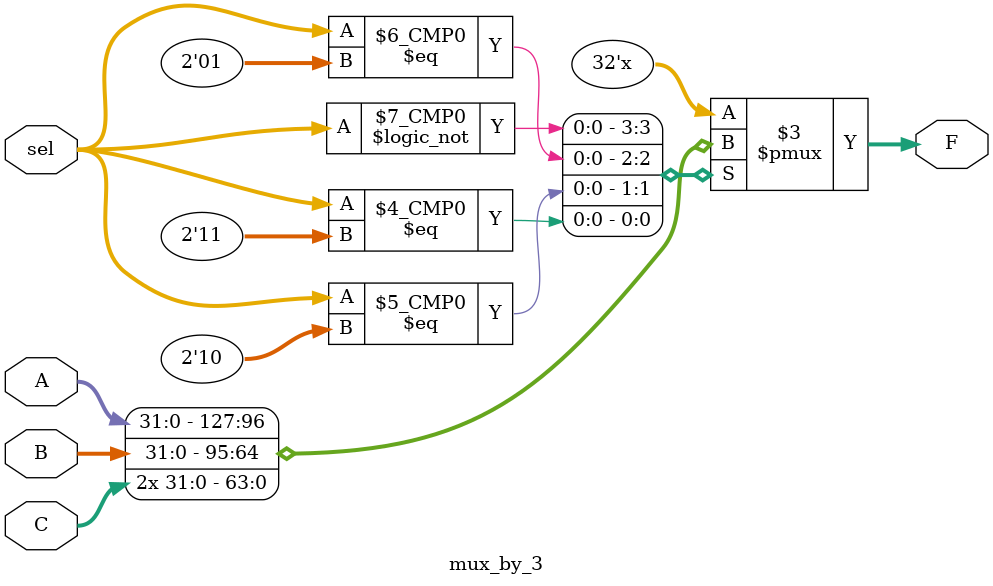
<source format=v>
`timescale 1ns / 1ps

module mux_by_3(F, sel, A, B, C);
    parameter N = 32;
    
    input   [1:0]       sel;
    input   [N-1 : 0]   A,  B,  C;
    output  [N-1 : 0]   F; 
    
    reg     [N-1 : 0]   F;

    initial begin
        F = 0;
    end
    
    always @ (A, B, sel) begin
        case (sel)
            2'b00 : F = A;
            2'b01 : F = B;
            2'b10 : F = C;
            2'b11 : F = C;
            default : F = 0;
        endcase
    end
endmodule

</source>
